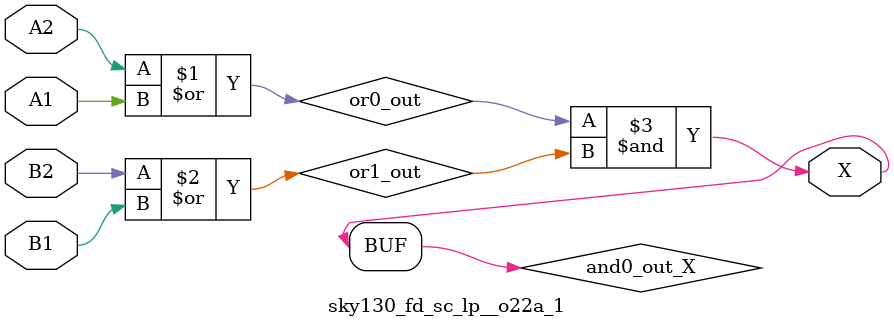
<source format=v>
/*
 * Copyright 2020 The SkyWater PDK Authors
 *
 * Licensed under the Apache License, Version 2.0 (the "License");
 * you may not use this file except in compliance with the License.
 * You may obtain a copy of the License at
 *
 *     https://www.apache.org/licenses/LICENSE-2.0
 *
 * Unless required by applicable law or agreed to in writing, software
 * distributed under the License is distributed on an "AS IS" BASIS,
 * WITHOUT WARRANTIES OR CONDITIONS OF ANY KIND, either express or implied.
 * See the License for the specific language governing permissions and
 * limitations under the License.
 *
 * SPDX-License-Identifier: Apache-2.0
*/


`ifndef SKY130_FD_SC_LP__O22A_1_FUNCTIONAL_V
`define SKY130_FD_SC_LP__O22A_1_FUNCTIONAL_V

/**
 * o22a: 2-input OR into both inputs of 2-input AND.
 *
 *       X = ((A1 | A2) & (B1 | B2))
 *
 * Verilog simulation functional model.
 */

`timescale 1ns / 1ps
`default_nettype none

`celldefine
module sky130_fd_sc_lp__o22a_1 (
    X ,
    A1,
    A2,
    B1,
    B2
);

    // Module ports
    output X ;
    input  A1;
    input  A2;
    input  B1;
    input  B2;

    // Local signals
    wire or0_out   ;
    wire or1_out   ;
    wire and0_out_X;

    //  Name  Output      Other arguments
    or  or0  (or0_out   , A2, A1          );
    or  or1  (or1_out   , B2, B1          );
    and and0 (and0_out_X, or0_out, or1_out);
    buf buf0 (X         , and0_out_X      );

endmodule
`endcelldefine

`default_nettype wire
`endif  // SKY130_FD_SC_LP__O22A_1_FUNCTIONAL_V

</source>
